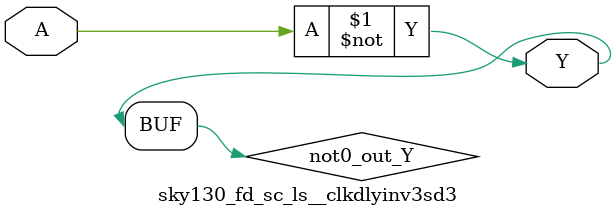
<source format=v>



module sky130_fd_sc_ls__clkdlyinv3sd3 (
    Y,
    A
);

    output Y;
    input  A;

    wire not0_out_Y;

    not not0 (not0_out_Y, A              );
    buf buf0 (Y         , not0_out_Y     );

endmodule

</source>
